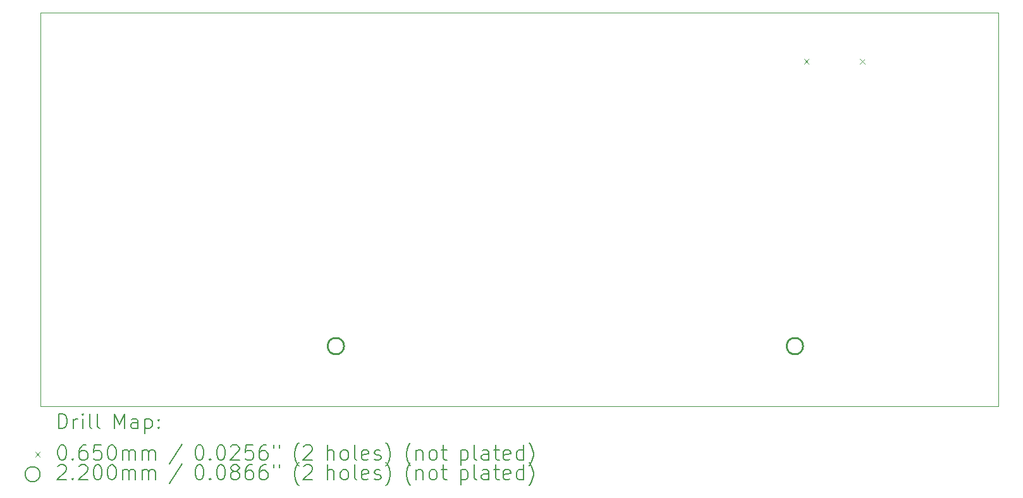
<source format=gbr>
%TF.GenerationSoftware,KiCad,Pcbnew,(7.0.0)*%
%TF.CreationDate,2023-02-25T12:05:11-06:00*%
%TF.ProjectId,Autorelay,4175746f-7265-46c6-9179-2e6b69636164,1*%
%TF.SameCoordinates,Original*%
%TF.FileFunction,Drillmap*%
%TF.FilePolarity,Positive*%
%FSLAX45Y45*%
G04 Gerber Fmt 4.5, Leading zero omitted, Abs format (unit mm)*
G04 Created by KiCad (PCBNEW (7.0.0)) date 2023-02-25 12:05:11*
%MOMM*%
%LPD*%
G01*
G04 APERTURE LIST*
%ADD10C,0.100000*%
%ADD11C,0.200000*%
%ADD12C,0.065000*%
%ADD13C,0.220000*%
G04 APERTURE END LIST*
D10*
X8961000Y-12141500D02*
X21788000Y-12141500D01*
X8961000Y-6871000D02*
X8961000Y-12141500D01*
X21788000Y-12141500D02*
X21788000Y-6871000D01*
X21788000Y-6871000D02*
X8961000Y-6871000D01*
D11*
D12*
X19186620Y-7494820D02*
X19251620Y-7559820D01*
X19251620Y-7494820D02*
X19186620Y-7559820D01*
X19936620Y-7494820D02*
X20001620Y-7559820D01*
X20001620Y-7494820D02*
X19936620Y-7559820D01*
D13*
X13027000Y-11336480D02*
G75*
G03*
X13027000Y-11336480I-110000J0D01*
G01*
X19173800Y-11336480D02*
G75*
G03*
X19173800Y-11336480I-110000J0D01*
G01*
D11*
X9203619Y-12439976D02*
X9203619Y-12239976D01*
X9203619Y-12239976D02*
X9251238Y-12239976D01*
X9251238Y-12239976D02*
X9279810Y-12249500D01*
X9279810Y-12249500D02*
X9298857Y-12268548D01*
X9298857Y-12268548D02*
X9308381Y-12287595D01*
X9308381Y-12287595D02*
X9317905Y-12325690D01*
X9317905Y-12325690D02*
X9317905Y-12354262D01*
X9317905Y-12354262D02*
X9308381Y-12392357D01*
X9308381Y-12392357D02*
X9298857Y-12411405D01*
X9298857Y-12411405D02*
X9279810Y-12430452D01*
X9279810Y-12430452D02*
X9251238Y-12439976D01*
X9251238Y-12439976D02*
X9203619Y-12439976D01*
X9403619Y-12439976D02*
X9403619Y-12306643D01*
X9403619Y-12344738D02*
X9413143Y-12325690D01*
X9413143Y-12325690D02*
X9422667Y-12316167D01*
X9422667Y-12316167D02*
X9441714Y-12306643D01*
X9441714Y-12306643D02*
X9460762Y-12306643D01*
X9527429Y-12439976D02*
X9527429Y-12306643D01*
X9527429Y-12239976D02*
X9517905Y-12249500D01*
X9517905Y-12249500D02*
X9527429Y-12259024D01*
X9527429Y-12259024D02*
X9536952Y-12249500D01*
X9536952Y-12249500D02*
X9527429Y-12239976D01*
X9527429Y-12239976D02*
X9527429Y-12259024D01*
X9651238Y-12439976D02*
X9632190Y-12430452D01*
X9632190Y-12430452D02*
X9622667Y-12411405D01*
X9622667Y-12411405D02*
X9622667Y-12239976D01*
X9756000Y-12439976D02*
X9736952Y-12430452D01*
X9736952Y-12430452D02*
X9727429Y-12411405D01*
X9727429Y-12411405D02*
X9727429Y-12239976D01*
X9952190Y-12439976D02*
X9952190Y-12239976D01*
X9952190Y-12239976D02*
X10018857Y-12382833D01*
X10018857Y-12382833D02*
X10085524Y-12239976D01*
X10085524Y-12239976D02*
X10085524Y-12439976D01*
X10266476Y-12439976D02*
X10266476Y-12335214D01*
X10266476Y-12335214D02*
X10256952Y-12316167D01*
X10256952Y-12316167D02*
X10237905Y-12306643D01*
X10237905Y-12306643D02*
X10199809Y-12306643D01*
X10199809Y-12306643D02*
X10180762Y-12316167D01*
X10266476Y-12430452D02*
X10247429Y-12439976D01*
X10247429Y-12439976D02*
X10199809Y-12439976D01*
X10199809Y-12439976D02*
X10180762Y-12430452D01*
X10180762Y-12430452D02*
X10171238Y-12411405D01*
X10171238Y-12411405D02*
X10171238Y-12392357D01*
X10171238Y-12392357D02*
X10180762Y-12373309D01*
X10180762Y-12373309D02*
X10199809Y-12363786D01*
X10199809Y-12363786D02*
X10247429Y-12363786D01*
X10247429Y-12363786D02*
X10266476Y-12354262D01*
X10361714Y-12306643D02*
X10361714Y-12506643D01*
X10361714Y-12316167D02*
X10380762Y-12306643D01*
X10380762Y-12306643D02*
X10418857Y-12306643D01*
X10418857Y-12306643D02*
X10437905Y-12316167D01*
X10437905Y-12316167D02*
X10447429Y-12325690D01*
X10447429Y-12325690D02*
X10456952Y-12344738D01*
X10456952Y-12344738D02*
X10456952Y-12401881D01*
X10456952Y-12401881D02*
X10447429Y-12420928D01*
X10447429Y-12420928D02*
X10437905Y-12430452D01*
X10437905Y-12430452D02*
X10418857Y-12439976D01*
X10418857Y-12439976D02*
X10380762Y-12439976D01*
X10380762Y-12439976D02*
X10361714Y-12430452D01*
X10542667Y-12420928D02*
X10552190Y-12430452D01*
X10552190Y-12430452D02*
X10542667Y-12439976D01*
X10542667Y-12439976D02*
X10533143Y-12430452D01*
X10533143Y-12430452D02*
X10542667Y-12420928D01*
X10542667Y-12420928D02*
X10542667Y-12439976D01*
X10542667Y-12316167D02*
X10552190Y-12325690D01*
X10552190Y-12325690D02*
X10542667Y-12335214D01*
X10542667Y-12335214D02*
X10533143Y-12325690D01*
X10533143Y-12325690D02*
X10542667Y-12316167D01*
X10542667Y-12316167D02*
X10542667Y-12335214D01*
D12*
X8891000Y-12754000D02*
X8956000Y-12819000D01*
X8956000Y-12754000D02*
X8891000Y-12819000D01*
D11*
X9241714Y-12659976D02*
X9260762Y-12659976D01*
X9260762Y-12659976D02*
X9279810Y-12669500D01*
X9279810Y-12669500D02*
X9289333Y-12679024D01*
X9289333Y-12679024D02*
X9298857Y-12698071D01*
X9298857Y-12698071D02*
X9308381Y-12736167D01*
X9308381Y-12736167D02*
X9308381Y-12783786D01*
X9308381Y-12783786D02*
X9298857Y-12821881D01*
X9298857Y-12821881D02*
X9289333Y-12840928D01*
X9289333Y-12840928D02*
X9279810Y-12850452D01*
X9279810Y-12850452D02*
X9260762Y-12859976D01*
X9260762Y-12859976D02*
X9241714Y-12859976D01*
X9241714Y-12859976D02*
X9222667Y-12850452D01*
X9222667Y-12850452D02*
X9213143Y-12840928D01*
X9213143Y-12840928D02*
X9203619Y-12821881D01*
X9203619Y-12821881D02*
X9194095Y-12783786D01*
X9194095Y-12783786D02*
X9194095Y-12736167D01*
X9194095Y-12736167D02*
X9203619Y-12698071D01*
X9203619Y-12698071D02*
X9213143Y-12679024D01*
X9213143Y-12679024D02*
X9222667Y-12669500D01*
X9222667Y-12669500D02*
X9241714Y-12659976D01*
X9394095Y-12840928D02*
X9403619Y-12850452D01*
X9403619Y-12850452D02*
X9394095Y-12859976D01*
X9394095Y-12859976D02*
X9384571Y-12850452D01*
X9384571Y-12850452D02*
X9394095Y-12840928D01*
X9394095Y-12840928D02*
X9394095Y-12859976D01*
X9575048Y-12659976D02*
X9536952Y-12659976D01*
X9536952Y-12659976D02*
X9517905Y-12669500D01*
X9517905Y-12669500D02*
X9508381Y-12679024D01*
X9508381Y-12679024D02*
X9489333Y-12707595D01*
X9489333Y-12707595D02*
X9479810Y-12745690D01*
X9479810Y-12745690D02*
X9479810Y-12821881D01*
X9479810Y-12821881D02*
X9489333Y-12840928D01*
X9489333Y-12840928D02*
X9498857Y-12850452D01*
X9498857Y-12850452D02*
X9517905Y-12859976D01*
X9517905Y-12859976D02*
X9556000Y-12859976D01*
X9556000Y-12859976D02*
X9575048Y-12850452D01*
X9575048Y-12850452D02*
X9584571Y-12840928D01*
X9584571Y-12840928D02*
X9594095Y-12821881D01*
X9594095Y-12821881D02*
X9594095Y-12774262D01*
X9594095Y-12774262D02*
X9584571Y-12755214D01*
X9584571Y-12755214D02*
X9575048Y-12745690D01*
X9575048Y-12745690D02*
X9556000Y-12736167D01*
X9556000Y-12736167D02*
X9517905Y-12736167D01*
X9517905Y-12736167D02*
X9498857Y-12745690D01*
X9498857Y-12745690D02*
X9489333Y-12755214D01*
X9489333Y-12755214D02*
X9479810Y-12774262D01*
X9775048Y-12659976D02*
X9679810Y-12659976D01*
X9679810Y-12659976D02*
X9670286Y-12755214D01*
X9670286Y-12755214D02*
X9679810Y-12745690D01*
X9679810Y-12745690D02*
X9698857Y-12736167D01*
X9698857Y-12736167D02*
X9746476Y-12736167D01*
X9746476Y-12736167D02*
X9765524Y-12745690D01*
X9765524Y-12745690D02*
X9775048Y-12755214D01*
X9775048Y-12755214D02*
X9784571Y-12774262D01*
X9784571Y-12774262D02*
X9784571Y-12821881D01*
X9784571Y-12821881D02*
X9775048Y-12840928D01*
X9775048Y-12840928D02*
X9765524Y-12850452D01*
X9765524Y-12850452D02*
X9746476Y-12859976D01*
X9746476Y-12859976D02*
X9698857Y-12859976D01*
X9698857Y-12859976D02*
X9679810Y-12850452D01*
X9679810Y-12850452D02*
X9670286Y-12840928D01*
X9908381Y-12659976D02*
X9927429Y-12659976D01*
X9927429Y-12659976D02*
X9946476Y-12669500D01*
X9946476Y-12669500D02*
X9956000Y-12679024D01*
X9956000Y-12679024D02*
X9965524Y-12698071D01*
X9965524Y-12698071D02*
X9975048Y-12736167D01*
X9975048Y-12736167D02*
X9975048Y-12783786D01*
X9975048Y-12783786D02*
X9965524Y-12821881D01*
X9965524Y-12821881D02*
X9956000Y-12840928D01*
X9956000Y-12840928D02*
X9946476Y-12850452D01*
X9946476Y-12850452D02*
X9927429Y-12859976D01*
X9927429Y-12859976D02*
X9908381Y-12859976D01*
X9908381Y-12859976D02*
X9889333Y-12850452D01*
X9889333Y-12850452D02*
X9879810Y-12840928D01*
X9879810Y-12840928D02*
X9870286Y-12821881D01*
X9870286Y-12821881D02*
X9860762Y-12783786D01*
X9860762Y-12783786D02*
X9860762Y-12736167D01*
X9860762Y-12736167D02*
X9870286Y-12698071D01*
X9870286Y-12698071D02*
X9879810Y-12679024D01*
X9879810Y-12679024D02*
X9889333Y-12669500D01*
X9889333Y-12669500D02*
X9908381Y-12659976D01*
X10060762Y-12859976D02*
X10060762Y-12726643D01*
X10060762Y-12745690D02*
X10070286Y-12736167D01*
X10070286Y-12736167D02*
X10089333Y-12726643D01*
X10089333Y-12726643D02*
X10117905Y-12726643D01*
X10117905Y-12726643D02*
X10136952Y-12736167D01*
X10136952Y-12736167D02*
X10146476Y-12755214D01*
X10146476Y-12755214D02*
X10146476Y-12859976D01*
X10146476Y-12755214D02*
X10156000Y-12736167D01*
X10156000Y-12736167D02*
X10175048Y-12726643D01*
X10175048Y-12726643D02*
X10203619Y-12726643D01*
X10203619Y-12726643D02*
X10222667Y-12736167D01*
X10222667Y-12736167D02*
X10232191Y-12755214D01*
X10232191Y-12755214D02*
X10232191Y-12859976D01*
X10327429Y-12859976D02*
X10327429Y-12726643D01*
X10327429Y-12745690D02*
X10336952Y-12736167D01*
X10336952Y-12736167D02*
X10356000Y-12726643D01*
X10356000Y-12726643D02*
X10384572Y-12726643D01*
X10384572Y-12726643D02*
X10403619Y-12736167D01*
X10403619Y-12736167D02*
X10413143Y-12755214D01*
X10413143Y-12755214D02*
X10413143Y-12859976D01*
X10413143Y-12755214D02*
X10422667Y-12736167D01*
X10422667Y-12736167D02*
X10441714Y-12726643D01*
X10441714Y-12726643D02*
X10470286Y-12726643D01*
X10470286Y-12726643D02*
X10489333Y-12736167D01*
X10489333Y-12736167D02*
X10498857Y-12755214D01*
X10498857Y-12755214D02*
X10498857Y-12859976D01*
X10856952Y-12650452D02*
X10685524Y-12907595D01*
X11081714Y-12659976D02*
X11100762Y-12659976D01*
X11100762Y-12659976D02*
X11119810Y-12669500D01*
X11119810Y-12669500D02*
X11129333Y-12679024D01*
X11129333Y-12679024D02*
X11138857Y-12698071D01*
X11138857Y-12698071D02*
X11148381Y-12736167D01*
X11148381Y-12736167D02*
X11148381Y-12783786D01*
X11148381Y-12783786D02*
X11138857Y-12821881D01*
X11138857Y-12821881D02*
X11129333Y-12840928D01*
X11129333Y-12840928D02*
X11119810Y-12850452D01*
X11119810Y-12850452D02*
X11100762Y-12859976D01*
X11100762Y-12859976D02*
X11081714Y-12859976D01*
X11081714Y-12859976D02*
X11062667Y-12850452D01*
X11062667Y-12850452D02*
X11053143Y-12840928D01*
X11053143Y-12840928D02*
X11043619Y-12821881D01*
X11043619Y-12821881D02*
X11034095Y-12783786D01*
X11034095Y-12783786D02*
X11034095Y-12736167D01*
X11034095Y-12736167D02*
X11043619Y-12698071D01*
X11043619Y-12698071D02*
X11053143Y-12679024D01*
X11053143Y-12679024D02*
X11062667Y-12669500D01*
X11062667Y-12669500D02*
X11081714Y-12659976D01*
X11234095Y-12840928D02*
X11243619Y-12850452D01*
X11243619Y-12850452D02*
X11234095Y-12859976D01*
X11234095Y-12859976D02*
X11224571Y-12850452D01*
X11224571Y-12850452D02*
X11234095Y-12840928D01*
X11234095Y-12840928D02*
X11234095Y-12859976D01*
X11367429Y-12659976D02*
X11386476Y-12659976D01*
X11386476Y-12659976D02*
X11405524Y-12669500D01*
X11405524Y-12669500D02*
X11415048Y-12679024D01*
X11415048Y-12679024D02*
X11424571Y-12698071D01*
X11424571Y-12698071D02*
X11434095Y-12736167D01*
X11434095Y-12736167D02*
X11434095Y-12783786D01*
X11434095Y-12783786D02*
X11424571Y-12821881D01*
X11424571Y-12821881D02*
X11415048Y-12840928D01*
X11415048Y-12840928D02*
X11405524Y-12850452D01*
X11405524Y-12850452D02*
X11386476Y-12859976D01*
X11386476Y-12859976D02*
X11367429Y-12859976D01*
X11367429Y-12859976D02*
X11348381Y-12850452D01*
X11348381Y-12850452D02*
X11338857Y-12840928D01*
X11338857Y-12840928D02*
X11329333Y-12821881D01*
X11329333Y-12821881D02*
X11319810Y-12783786D01*
X11319810Y-12783786D02*
X11319810Y-12736167D01*
X11319810Y-12736167D02*
X11329333Y-12698071D01*
X11329333Y-12698071D02*
X11338857Y-12679024D01*
X11338857Y-12679024D02*
X11348381Y-12669500D01*
X11348381Y-12669500D02*
X11367429Y-12659976D01*
X11510286Y-12679024D02*
X11519810Y-12669500D01*
X11519810Y-12669500D02*
X11538857Y-12659976D01*
X11538857Y-12659976D02*
X11586476Y-12659976D01*
X11586476Y-12659976D02*
X11605524Y-12669500D01*
X11605524Y-12669500D02*
X11615048Y-12679024D01*
X11615048Y-12679024D02*
X11624571Y-12698071D01*
X11624571Y-12698071D02*
X11624571Y-12717119D01*
X11624571Y-12717119D02*
X11615048Y-12745690D01*
X11615048Y-12745690D02*
X11500762Y-12859976D01*
X11500762Y-12859976D02*
X11624571Y-12859976D01*
X11805524Y-12659976D02*
X11710286Y-12659976D01*
X11710286Y-12659976D02*
X11700762Y-12755214D01*
X11700762Y-12755214D02*
X11710286Y-12745690D01*
X11710286Y-12745690D02*
X11729333Y-12736167D01*
X11729333Y-12736167D02*
X11776952Y-12736167D01*
X11776952Y-12736167D02*
X11796000Y-12745690D01*
X11796000Y-12745690D02*
X11805524Y-12755214D01*
X11805524Y-12755214D02*
X11815048Y-12774262D01*
X11815048Y-12774262D02*
X11815048Y-12821881D01*
X11815048Y-12821881D02*
X11805524Y-12840928D01*
X11805524Y-12840928D02*
X11796000Y-12850452D01*
X11796000Y-12850452D02*
X11776952Y-12859976D01*
X11776952Y-12859976D02*
X11729333Y-12859976D01*
X11729333Y-12859976D02*
X11710286Y-12850452D01*
X11710286Y-12850452D02*
X11700762Y-12840928D01*
X11986476Y-12659976D02*
X11948381Y-12659976D01*
X11948381Y-12659976D02*
X11929333Y-12669500D01*
X11929333Y-12669500D02*
X11919810Y-12679024D01*
X11919810Y-12679024D02*
X11900762Y-12707595D01*
X11900762Y-12707595D02*
X11891238Y-12745690D01*
X11891238Y-12745690D02*
X11891238Y-12821881D01*
X11891238Y-12821881D02*
X11900762Y-12840928D01*
X11900762Y-12840928D02*
X11910286Y-12850452D01*
X11910286Y-12850452D02*
X11929333Y-12859976D01*
X11929333Y-12859976D02*
X11967429Y-12859976D01*
X11967429Y-12859976D02*
X11986476Y-12850452D01*
X11986476Y-12850452D02*
X11996000Y-12840928D01*
X11996000Y-12840928D02*
X12005524Y-12821881D01*
X12005524Y-12821881D02*
X12005524Y-12774262D01*
X12005524Y-12774262D02*
X11996000Y-12755214D01*
X11996000Y-12755214D02*
X11986476Y-12745690D01*
X11986476Y-12745690D02*
X11967429Y-12736167D01*
X11967429Y-12736167D02*
X11929333Y-12736167D01*
X11929333Y-12736167D02*
X11910286Y-12745690D01*
X11910286Y-12745690D02*
X11900762Y-12755214D01*
X11900762Y-12755214D02*
X11891238Y-12774262D01*
X12081714Y-12659976D02*
X12081714Y-12698071D01*
X12157905Y-12659976D02*
X12157905Y-12698071D01*
X12420762Y-12936167D02*
X12411238Y-12926643D01*
X12411238Y-12926643D02*
X12392191Y-12898071D01*
X12392191Y-12898071D02*
X12382667Y-12879024D01*
X12382667Y-12879024D02*
X12373143Y-12850452D01*
X12373143Y-12850452D02*
X12363619Y-12802833D01*
X12363619Y-12802833D02*
X12363619Y-12764738D01*
X12363619Y-12764738D02*
X12373143Y-12717119D01*
X12373143Y-12717119D02*
X12382667Y-12688548D01*
X12382667Y-12688548D02*
X12392191Y-12669500D01*
X12392191Y-12669500D02*
X12411238Y-12640928D01*
X12411238Y-12640928D02*
X12420762Y-12631405D01*
X12487429Y-12679024D02*
X12496952Y-12669500D01*
X12496952Y-12669500D02*
X12516000Y-12659976D01*
X12516000Y-12659976D02*
X12563619Y-12659976D01*
X12563619Y-12659976D02*
X12582667Y-12669500D01*
X12582667Y-12669500D02*
X12592191Y-12679024D01*
X12592191Y-12679024D02*
X12601714Y-12698071D01*
X12601714Y-12698071D02*
X12601714Y-12717119D01*
X12601714Y-12717119D02*
X12592191Y-12745690D01*
X12592191Y-12745690D02*
X12477905Y-12859976D01*
X12477905Y-12859976D02*
X12601714Y-12859976D01*
X12807429Y-12859976D02*
X12807429Y-12659976D01*
X12893143Y-12859976D02*
X12893143Y-12755214D01*
X12893143Y-12755214D02*
X12883619Y-12736167D01*
X12883619Y-12736167D02*
X12864572Y-12726643D01*
X12864572Y-12726643D02*
X12836000Y-12726643D01*
X12836000Y-12726643D02*
X12816952Y-12736167D01*
X12816952Y-12736167D02*
X12807429Y-12745690D01*
X13016952Y-12859976D02*
X12997905Y-12850452D01*
X12997905Y-12850452D02*
X12988381Y-12840928D01*
X12988381Y-12840928D02*
X12978857Y-12821881D01*
X12978857Y-12821881D02*
X12978857Y-12764738D01*
X12978857Y-12764738D02*
X12988381Y-12745690D01*
X12988381Y-12745690D02*
X12997905Y-12736167D01*
X12997905Y-12736167D02*
X13016952Y-12726643D01*
X13016952Y-12726643D02*
X13045524Y-12726643D01*
X13045524Y-12726643D02*
X13064572Y-12736167D01*
X13064572Y-12736167D02*
X13074095Y-12745690D01*
X13074095Y-12745690D02*
X13083619Y-12764738D01*
X13083619Y-12764738D02*
X13083619Y-12821881D01*
X13083619Y-12821881D02*
X13074095Y-12840928D01*
X13074095Y-12840928D02*
X13064572Y-12850452D01*
X13064572Y-12850452D02*
X13045524Y-12859976D01*
X13045524Y-12859976D02*
X13016952Y-12859976D01*
X13197905Y-12859976D02*
X13178857Y-12850452D01*
X13178857Y-12850452D02*
X13169333Y-12831405D01*
X13169333Y-12831405D02*
X13169333Y-12659976D01*
X13350286Y-12850452D02*
X13331238Y-12859976D01*
X13331238Y-12859976D02*
X13293143Y-12859976D01*
X13293143Y-12859976D02*
X13274095Y-12850452D01*
X13274095Y-12850452D02*
X13264572Y-12831405D01*
X13264572Y-12831405D02*
X13264572Y-12755214D01*
X13264572Y-12755214D02*
X13274095Y-12736167D01*
X13274095Y-12736167D02*
X13293143Y-12726643D01*
X13293143Y-12726643D02*
X13331238Y-12726643D01*
X13331238Y-12726643D02*
X13350286Y-12736167D01*
X13350286Y-12736167D02*
X13359810Y-12755214D01*
X13359810Y-12755214D02*
X13359810Y-12774262D01*
X13359810Y-12774262D02*
X13264572Y-12793309D01*
X13436000Y-12850452D02*
X13455048Y-12859976D01*
X13455048Y-12859976D02*
X13493143Y-12859976D01*
X13493143Y-12859976D02*
X13512191Y-12850452D01*
X13512191Y-12850452D02*
X13521714Y-12831405D01*
X13521714Y-12831405D02*
X13521714Y-12821881D01*
X13521714Y-12821881D02*
X13512191Y-12802833D01*
X13512191Y-12802833D02*
X13493143Y-12793309D01*
X13493143Y-12793309D02*
X13464572Y-12793309D01*
X13464572Y-12793309D02*
X13445524Y-12783786D01*
X13445524Y-12783786D02*
X13436000Y-12764738D01*
X13436000Y-12764738D02*
X13436000Y-12755214D01*
X13436000Y-12755214D02*
X13445524Y-12736167D01*
X13445524Y-12736167D02*
X13464572Y-12726643D01*
X13464572Y-12726643D02*
X13493143Y-12726643D01*
X13493143Y-12726643D02*
X13512191Y-12736167D01*
X13588381Y-12936167D02*
X13597905Y-12926643D01*
X13597905Y-12926643D02*
X13616953Y-12898071D01*
X13616953Y-12898071D02*
X13626476Y-12879024D01*
X13626476Y-12879024D02*
X13636000Y-12850452D01*
X13636000Y-12850452D02*
X13645524Y-12802833D01*
X13645524Y-12802833D02*
X13645524Y-12764738D01*
X13645524Y-12764738D02*
X13636000Y-12717119D01*
X13636000Y-12717119D02*
X13626476Y-12688548D01*
X13626476Y-12688548D02*
X13616953Y-12669500D01*
X13616953Y-12669500D02*
X13597905Y-12640928D01*
X13597905Y-12640928D02*
X13588381Y-12631405D01*
X13917905Y-12936167D02*
X13908381Y-12926643D01*
X13908381Y-12926643D02*
X13889333Y-12898071D01*
X13889333Y-12898071D02*
X13879810Y-12879024D01*
X13879810Y-12879024D02*
X13870286Y-12850452D01*
X13870286Y-12850452D02*
X13860762Y-12802833D01*
X13860762Y-12802833D02*
X13860762Y-12764738D01*
X13860762Y-12764738D02*
X13870286Y-12717119D01*
X13870286Y-12717119D02*
X13879810Y-12688548D01*
X13879810Y-12688548D02*
X13889333Y-12669500D01*
X13889333Y-12669500D02*
X13908381Y-12640928D01*
X13908381Y-12640928D02*
X13917905Y-12631405D01*
X13994095Y-12726643D02*
X13994095Y-12859976D01*
X13994095Y-12745690D02*
X14003619Y-12736167D01*
X14003619Y-12736167D02*
X14022667Y-12726643D01*
X14022667Y-12726643D02*
X14051238Y-12726643D01*
X14051238Y-12726643D02*
X14070286Y-12736167D01*
X14070286Y-12736167D02*
X14079810Y-12755214D01*
X14079810Y-12755214D02*
X14079810Y-12859976D01*
X14203619Y-12859976D02*
X14184572Y-12850452D01*
X14184572Y-12850452D02*
X14175048Y-12840928D01*
X14175048Y-12840928D02*
X14165524Y-12821881D01*
X14165524Y-12821881D02*
X14165524Y-12764738D01*
X14165524Y-12764738D02*
X14175048Y-12745690D01*
X14175048Y-12745690D02*
X14184572Y-12736167D01*
X14184572Y-12736167D02*
X14203619Y-12726643D01*
X14203619Y-12726643D02*
X14232191Y-12726643D01*
X14232191Y-12726643D02*
X14251238Y-12736167D01*
X14251238Y-12736167D02*
X14260762Y-12745690D01*
X14260762Y-12745690D02*
X14270286Y-12764738D01*
X14270286Y-12764738D02*
X14270286Y-12821881D01*
X14270286Y-12821881D02*
X14260762Y-12840928D01*
X14260762Y-12840928D02*
X14251238Y-12850452D01*
X14251238Y-12850452D02*
X14232191Y-12859976D01*
X14232191Y-12859976D02*
X14203619Y-12859976D01*
X14327429Y-12726643D02*
X14403619Y-12726643D01*
X14356000Y-12659976D02*
X14356000Y-12831405D01*
X14356000Y-12831405D02*
X14365524Y-12850452D01*
X14365524Y-12850452D02*
X14384572Y-12859976D01*
X14384572Y-12859976D02*
X14403619Y-12859976D01*
X14590286Y-12726643D02*
X14590286Y-12926643D01*
X14590286Y-12736167D02*
X14609333Y-12726643D01*
X14609333Y-12726643D02*
X14647429Y-12726643D01*
X14647429Y-12726643D02*
X14666476Y-12736167D01*
X14666476Y-12736167D02*
X14676000Y-12745690D01*
X14676000Y-12745690D02*
X14685524Y-12764738D01*
X14685524Y-12764738D02*
X14685524Y-12821881D01*
X14685524Y-12821881D02*
X14676000Y-12840928D01*
X14676000Y-12840928D02*
X14666476Y-12850452D01*
X14666476Y-12850452D02*
X14647429Y-12859976D01*
X14647429Y-12859976D02*
X14609333Y-12859976D01*
X14609333Y-12859976D02*
X14590286Y-12850452D01*
X14799810Y-12859976D02*
X14780762Y-12850452D01*
X14780762Y-12850452D02*
X14771238Y-12831405D01*
X14771238Y-12831405D02*
X14771238Y-12659976D01*
X14961714Y-12859976D02*
X14961714Y-12755214D01*
X14961714Y-12755214D02*
X14952191Y-12736167D01*
X14952191Y-12736167D02*
X14933143Y-12726643D01*
X14933143Y-12726643D02*
X14895048Y-12726643D01*
X14895048Y-12726643D02*
X14876000Y-12736167D01*
X14961714Y-12850452D02*
X14942667Y-12859976D01*
X14942667Y-12859976D02*
X14895048Y-12859976D01*
X14895048Y-12859976D02*
X14876000Y-12850452D01*
X14876000Y-12850452D02*
X14866476Y-12831405D01*
X14866476Y-12831405D02*
X14866476Y-12812357D01*
X14866476Y-12812357D02*
X14876000Y-12793309D01*
X14876000Y-12793309D02*
X14895048Y-12783786D01*
X14895048Y-12783786D02*
X14942667Y-12783786D01*
X14942667Y-12783786D02*
X14961714Y-12774262D01*
X15028381Y-12726643D02*
X15104572Y-12726643D01*
X15056953Y-12659976D02*
X15056953Y-12831405D01*
X15056953Y-12831405D02*
X15066476Y-12850452D01*
X15066476Y-12850452D02*
X15085524Y-12859976D01*
X15085524Y-12859976D02*
X15104572Y-12859976D01*
X15247429Y-12850452D02*
X15228381Y-12859976D01*
X15228381Y-12859976D02*
X15190286Y-12859976D01*
X15190286Y-12859976D02*
X15171238Y-12850452D01*
X15171238Y-12850452D02*
X15161714Y-12831405D01*
X15161714Y-12831405D02*
X15161714Y-12755214D01*
X15161714Y-12755214D02*
X15171238Y-12736167D01*
X15171238Y-12736167D02*
X15190286Y-12726643D01*
X15190286Y-12726643D02*
X15228381Y-12726643D01*
X15228381Y-12726643D02*
X15247429Y-12736167D01*
X15247429Y-12736167D02*
X15256953Y-12755214D01*
X15256953Y-12755214D02*
X15256953Y-12774262D01*
X15256953Y-12774262D02*
X15161714Y-12793309D01*
X15428381Y-12859976D02*
X15428381Y-12659976D01*
X15428381Y-12850452D02*
X15409334Y-12859976D01*
X15409334Y-12859976D02*
X15371238Y-12859976D01*
X15371238Y-12859976D02*
X15352191Y-12850452D01*
X15352191Y-12850452D02*
X15342667Y-12840928D01*
X15342667Y-12840928D02*
X15333143Y-12821881D01*
X15333143Y-12821881D02*
X15333143Y-12764738D01*
X15333143Y-12764738D02*
X15342667Y-12745690D01*
X15342667Y-12745690D02*
X15352191Y-12736167D01*
X15352191Y-12736167D02*
X15371238Y-12726643D01*
X15371238Y-12726643D02*
X15409334Y-12726643D01*
X15409334Y-12726643D02*
X15428381Y-12736167D01*
X15504572Y-12936167D02*
X15514095Y-12926643D01*
X15514095Y-12926643D02*
X15533143Y-12898071D01*
X15533143Y-12898071D02*
X15542667Y-12879024D01*
X15542667Y-12879024D02*
X15552191Y-12850452D01*
X15552191Y-12850452D02*
X15561714Y-12802833D01*
X15561714Y-12802833D02*
X15561714Y-12764738D01*
X15561714Y-12764738D02*
X15552191Y-12717119D01*
X15552191Y-12717119D02*
X15542667Y-12688548D01*
X15542667Y-12688548D02*
X15533143Y-12669500D01*
X15533143Y-12669500D02*
X15514095Y-12640928D01*
X15514095Y-12640928D02*
X15504572Y-12631405D01*
X8956000Y-13050500D02*
G75*
G03*
X8956000Y-13050500I-100000J0D01*
G01*
X9194095Y-12943024D02*
X9203619Y-12933500D01*
X9203619Y-12933500D02*
X9222667Y-12923976D01*
X9222667Y-12923976D02*
X9270286Y-12923976D01*
X9270286Y-12923976D02*
X9289333Y-12933500D01*
X9289333Y-12933500D02*
X9298857Y-12943024D01*
X9298857Y-12943024D02*
X9308381Y-12962071D01*
X9308381Y-12962071D02*
X9308381Y-12981119D01*
X9308381Y-12981119D02*
X9298857Y-13009690D01*
X9298857Y-13009690D02*
X9184571Y-13123976D01*
X9184571Y-13123976D02*
X9308381Y-13123976D01*
X9394095Y-13104928D02*
X9403619Y-13114452D01*
X9403619Y-13114452D02*
X9394095Y-13123976D01*
X9394095Y-13123976D02*
X9384571Y-13114452D01*
X9384571Y-13114452D02*
X9394095Y-13104928D01*
X9394095Y-13104928D02*
X9394095Y-13123976D01*
X9479810Y-12943024D02*
X9489333Y-12933500D01*
X9489333Y-12933500D02*
X9508381Y-12923976D01*
X9508381Y-12923976D02*
X9556000Y-12923976D01*
X9556000Y-12923976D02*
X9575048Y-12933500D01*
X9575048Y-12933500D02*
X9584571Y-12943024D01*
X9584571Y-12943024D02*
X9594095Y-12962071D01*
X9594095Y-12962071D02*
X9594095Y-12981119D01*
X9594095Y-12981119D02*
X9584571Y-13009690D01*
X9584571Y-13009690D02*
X9470286Y-13123976D01*
X9470286Y-13123976D02*
X9594095Y-13123976D01*
X9717905Y-12923976D02*
X9736952Y-12923976D01*
X9736952Y-12923976D02*
X9756000Y-12933500D01*
X9756000Y-12933500D02*
X9765524Y-12943024D01*
X9765524Y-12943024D02*
X9775048Y-12962071D01*
X9775048Y-12962071D02*
X9784571Y-13000167D01*
X9784571Y-13000167D02*
X9784571Y-13047786D01*
X9784571Y-13047786D02*
X9775048Y-13085881D01*
X9775048Y-13085881D02*
X9765524Y-13104928D01*
X9765524Y-13104928D02*
X9756000Y-13114452D01*
X9756000Y-13114452D02*
X9736952Y-13123976D01*
X9736952Y-13123976D02*
X9717905Y-13123976D01*
X9717905Y-13123976D02*
X9698857Y-13114452D01*
X9698857Y-13114452D02*
X9689333Y-13104928D01*
X9689333Y-13104928D02*
X9679810Y-13085881D01*
X9679810Y-13085881D02*
X9670286Y-13047786D01*
X9670286Y-13047786D02*
X9670286Y-13000167D01*
X9670286Y-13000167D02*
X9679810Y-12962071D01*
X9679810Y-12962071D02*
X9689333Y-12943024D01*
X9689333Y-12943024D02*
X9698857Y-12933500D01*
X9698857Y-12933500D02*
X9717905Y-12923976D01*
X9908381Y-12923976D02*
X9927429Y-12923976D01*
X9927429Y-12923976D02*
X9946476Y-12933500D01*
X9946476Y-12933500D02*
X9956000Y-12943024D01*
X9956000Y-12943024D02*
X9965524Y-12962071D01*
X9965524Y-12962071D02*
X9975048Y-13000167D01*
X9975048Y-13000167D02*
X9975048Y-13047786D01*
X9975048Y-13047786D02*
X9965524Y-13085881D01*
X9965524Y-13085881D02*
X9956000Y-13104928D01*
X9956000Y-13104928D02*
X9946476Y-13114452D01*
X9946476Y-13114452D02*
X9927429Y-13123976D01*
X9927429Y-13123976D02*
X9908381Y-13123976D01*
X9908381Y-13123976D02*
X9889333Y-13114452D01*
X9889333Y-13114452D02*
X9879810Y-13104928D01*
X9879810Y-13104928D02*
X9870286Y-13085881D01*
X9870286Y-13085881D02*
X9860762Y-13047786D01*
X9860762Y-13047786D02*
X9860762Y-13000167D01*
X9860762Y-13000167D02*
X9870286Y-12962071D01*
X9870286Y-12962071D02*
X9879810Y-12943024D01*
X9879810Y-12943024D02*
X9889333Y-12933500D01*
X9889333Y-12933500D02*
X9908381Y-12923976D01*
X10060762Y-13123976D02*
X10060762Y-12990643D01*
X10060762Y-13009690D02*
X10070286Y-13000167D01*
X10070286Y-13000167D02*
X10089333Y-12990643D01*
X10089333Y-12990643D02*
X10117905Y-12990643D01*
X10117905Y-12990643D02*
X10136952Y-13000167D01*
X10136952Y-13000167D02*
X10146476Y-13019214D01*
X10146476Y-13019214D02*
X10146476Y-13123976D01*
X10146476Y-13019214D02*
X10156000Y-13000167D01*
X10156000Y-13000167D02*
X10175048Y-12990643D01*
X10175048Y-12990643D02*
X10203619Y-12990643D01*
X10203619Y-12990643D02*
X10222667Y-13000167D01*
X10222667Y-13000167D02*
X10232191Y-13019214D01*
X10232191Y-13019214D02*
X10232191Y-13123976D01*
X10327429Y-13123976D02*
X10327429Y-12990643D01*
X10327429Y-13009690D02*
X10336952Y-13000167D01*
X10336952Y-13000167D02*
X10356000Y-12990643D01*
X10356000Y-12990643D02*
X10384572Y-12990643D01*
X10384572Y-12990643D02*
X10403619Y-13000167D01*
X10403619Y-13000167D02*
X10413143Y-13019214D01*
X10413143Y-13019214D02*
X10413143Y-13123976D01*
X10413143Y-13019214D02*
X10422667Y-13000167D01*
X10422667Y-13000167D02*
X10441714Y-12990643D01*
X10441714Y-12990643D02*
X10470286Y-12990643D01*
X10470286Y-12990643D02*
X10489333Y-13000167D01*
X10489333Y-13000167D02*
X10498857Y-13019214D01*
X10498857Y-13019214D02*
X10498857Y-13123976D01*
X10856952Y-12914452D02*
X10685524Y-13171595D01*
X11081714Y-12923976D02*
X11100762Y-12923976D01*
X11100762Y-12923976D02*
X11119810Y-12933500D01*
X11119810Y-12933500D02*
X11129333Y-12943024D01*
X11129333Y-12943024D02*
X11138857Y-12962071D01*
X11138857Y-12962071D02*
X11148381Y-13000167D01*
X11148381Y-13000167D02*
X11148381Y-13047786D01*
X11148381Y-13047786D02*
X11138857Y-13085881D01*
X11138857Y-13085881D02*
X11129333Y-13104928D01*
X11129333Y-13104928D02*
X11119810Y-13114452D01*
X11119810Y-13114452D02*
X11100762Y-13123976D01*
X11100762Y-13123976D02*
X11081714Y-13123976D01*
X11081714Y-13123976D02*
X11062667Y-13114452D01*
X11062667Y-13114452D02*
X11053143Y-13104928D01*
X11053143Y-13104928D02*
X11043619Y-13085881D01*
X11043619Y-13085881D02*
X11034095Y-13047786D01*
X11034095Y-13047786D02*
X11034095Y-13000167D01*
X11034095Y-13000167D02*
X11043619Y-12962071D01*
X11043619Y-12962071D02*
X11053143Y-12943024D01*
X11053143Y-12943024D02*
X11062667Y-12933500D01*
X11062667Y-12933500D02*
X11081714Y-12923976D01*
X11234095Y-13104928D02*
X11243619Y-13114452D01*
X11243619Y-13114452D02*
X11234095Y-13123976D01*
X11234095Y-13123976D02*
X11224571Y-13114452D01*
X11224571Y-13114452D02*
X11234095Y-13104928D01*
X11234095Y-13104928D02*
X11234095Y-13123976D01*
X11367429Y-12923976D02*
X11386476Y-12923976D01*
X11386476Y-12923976D02*
X11405524Y-12933500D01*
X11405524Y-12933500D02*
X11415048Y-12943024D01*
X11415048Y-12943024D02*
X11424571Y-12962071D01*
X11424571Y-12962071D02*
X11434095Y-13000167D01*
X11434095Y-13000167D02*
X11434095Y-13047786D01*
X11434095Y-13047786D02*
X11424571Y-13085881D01*
X11424571Y-13085881D02*
X11415048Y-13104928D01*
X11415048Y-13104928D02*
X11405524Y-13114452D01*
X11405524Y-13114452D02*
X11386476Y-13123976D01*
X11386476Y-13123976D02*
X11367429Y-13123976D01*
X11367429Y-13123976D02*
X11348381Y-13114452D01*
X11348381Y-13114452D02*
X11338857Y-13104928D01*
X11338857Y-13104928D02*
X11329333Y-13085881D01*
X11329333Y-13085881D02*
X11319810Y-13047786D01*
X11319810Y-13047786D02*
X11319810Y-13000167D01*
X11319810Y-13000167D02*
X11329333Y-12962071D01*
X11329333Y-12962071D02*
X11338857Y-12943024D01*
X11338857Y-12943024D02*
X11348381Y-12933500D01*
X11348381Y-12933500D02*
X11367429Y-12923976D01*
X11548381Y-13009690D02*
X11529333Y-13000167D01*
X11529333Y-13000167D02*
X11519810Y-12990643D01*
X11519810Y-12990643D02*
X11510286Y-12971595D01*
X11510286Y-12971595D02*
X11510286Y-12962071D01*
X11510286Y-12962071D02*
X11519810Y-12943024D01*
X11519810Y-12943024D02*
X11529333Y-12933500D01*
X11529333Y-12933500D02*
X11548381Y-12923976D01*
X11548381Y-12923976D02*
X11586476Y-12923976D01*
X11586476Y-12923976D02*
X11605524Y-12933500D01*
X11605524Y-12933500D02*
X11615048Y-12943024D01*
X11615048Y-12943024D02*
X11624571Y-12962071D01*
X11624571Y-12962071D02*
X11624571Y-12971595D01*
X11624571Y-12971595D02*
X11615048Y-12990643D01*
X11615048Y-12990643D02*
X11605524Y-13000167D01*
X11605524Y-13000167D02*
X11586476Y-13009690D01*
X11586476Y-13009690D02*
X11548381Y-13009690D01*
X11548381Y-13009690D02*
X11529333Y-13019214D01*
X11529333Y-13019214D02*
X11519810Y-13028738D01*
X11519810Y-13028738D02*
X11510286Y-13047786D01*
X11510286Y-13047786D02*
X11510286Y-13085881D01*
X11510286Y-13085881D02*
X11519810Y-13104928D01*
X11519810Y-13104928D02*
X11529333Y-13114452D01*
X11529333Y-13114452D02*
X11548381Y-13123976D01*
X11548381Y-13123976D02*
X11586476Y-13123976D01*
X11586476Y-13123976D02*
X11605524Y-13114452D01*
X11605524Y-13114452D02*
X11615048Y-13104928D01*
X11615048Y-13104928D02*
X11624571Y-13085881D01*
X11624571Y-13085881D02*
X11624571Y-13047786D01*
X11624571Y-13047786D02*
X11615048Y-13028738D01*
X11615048Y-13028738D02*
X11605524Y-13019214D01*
X11605524Y-13019214D02*
X11586476Y-13009690D01*
X11796000Y-12923976D02*
X11757905Y-12923976D01*
X11757905Y-12923976D02*
X11738857Y-12933500D01*
X11738857Y-12933500D02*
X11729333Y-12943024D01*
X11729333Y-12943024D02*
X11710286Y-12971595D01*
X11710286Y-12971595D02*
X11700762Y-13009690D01*
X11700762Y-13009690D02*
X11700762Y-13085881D01*
X11700762Y-13085881D02*
X11710286Y-13104928D01*
X11710286Y-13104928D02*
X11719810Y-13114452D01*
X11719810Y-13114452D02*
X11738857Y-13123976D01*
X11738857Y-13123976D02*
X11776952Y-13123976D01*
X11776952Y-13123976D02*
X11796000Y-13114452D01*
X11796000Y-13114452D02*
X11805524Y-13104928D01*
X11805524Y-13104928D02*
X11815048Y-13085881D01*
X11815048Y-13085881D02*
X11815048Y-13038262D01*
X11815048Y-13038262D02*
X11805524Y-13019214D01*
X11805524Y-13019214D02*
X11796000Y-13009690D01*
X11796000Y-13009690D02*
X11776952Y-13000167D01*
X11776952Y-13000167D02*
X11738857Y-13000167D01*
X11738857Y-13000167D02*
X11719810Y-13009690D01*
X11719810Y-13009690D02*
X11710286Y-13019214D01*
X11710286Y-13019214D02*
X11700762Y-13038262D01*
X11986476Y-12923976D02*
X11948381Y-12923976D01*
X11948381Y-12923976D02*
X11929333Y-12933500D01*
X11929333Y-12933500D02*
X11919810Y-12943024D01*
X11919810Y-12943024D02*
X11900762Y-12971595D01*
X11900762Y-12971595D02*
X11891238Y-13009690D01*
X11891238Y-13009690D02*
X11891238Y-13085881D01*
X11891238Y-13085881D02*
X11900762Y-13104928D01*
X11900762Y-13104928D02*
X11910286Y-13114452D01*
X11910286Y-13114452D02*
X11929333Y-13123976D01*
X11929333Y-13123976D02*
X11967429Y-13123976D01*
X11967429Y-13123976D02*
X11986476Y-13114452D01*
X11986476Y-13114452D02*
X11996000Y-13104928D01*
X11996000Y-13104928D02*
X12005524Y-13085881D01*
X12005524Y-13085881D02*
X12005524Y-13038262D01*
X12005524Y-13038262D02*
X11996000Y-13019214D01*
X11996000Y-13019214D02*
X11986476Y-13009690D01*
X11986476Y-13009690D02*
X11967429Y-13000167D01*
X11967429Y-13000167D02*
X11929333Y-13000167D01*
X11929333Y-13000167D02*
X11910286Y-13009690D01*
X11910286Y-13009690D02*
X11900762Y-13019214D01*
X11900762Y-13019214D02*
X11891238Y-13038262D01*
X12081714Y-12923976D02*
X12081714Y-12962071D01*
X12157905Y-12923976D02*
X12157905Y-12962071D01*
X12420762Y-13200167D02*
X12411238Y-13190643D01*
X12411238Y-13190643D02*
X12392191Y-13162071D01*
X12392191Y-13162071D02*
X12382667Y-13143024D01*
X12382667Y-13143024D02*
X12373143Y-13114452D01*
X12373143Y-13114452D02*
X12363619Y-13066833D01*
X12363619Y-13066833D02*
X12363619Y-13028738D01*
X12363619Y-13028738D02*
X12373143Y-12981119D01*
X12373143Y-12981119D02*
X12382667Y-12952548D01*
X12382667Y-12952548D02*
X12392191Y-12933500D01*
X12392191Y-12933500D02*
X12411238Y-12904928D01*
X12411238Y-12904928D02*
X12420762Y-12895405D01*
X12487429Y-12943024D02*
X12496952Y-12933500D01*
X12496952Y-12933500D02*
X12516000Y-12923976D01*
X12516000Y-12923976D02*
X12563619Y-12923976D01*
X12563619Y-12923976D02*
X12582667Y-12933500D01*
X12582667Y-12933500D02*
X12592191Y-12943024D01*
X12592191Y-12943024D02*
X12601714Y-12962071D01*
X12601714Y-12962071D02*
X12601714Y-12981119D01*
X12601714Y-12981119D02*
X12592191Y-13009690D01*
X12592191Y-13009690D02*
X12477905Y-13123976D01*
X12477905Y-13123976D02*
X12601714Y-13123976D01*
X12807429Y-13123976D02*
X12807429Y-12923976D01*
X12893143Y-13123976D02*
X12893143Y-13019214D01*
X12893143Y-13019214D02*
X12883619Y-13000167D01*
X12883619Y-13000167D02*
X12864572Y-12990643D01*
X12864572Y-12990643D02*
X12836000Y-12990643D01*
X12836000Y-12990643D02*
X12816952Y-13000167D01*
X12816952Y-13000167D02*
X12807429Y-13009690D01*
X13016952Y-13123976D02*
X12997905Y-13114452D01*
X12997905Y-13114452D02*
X12988381Y-13104928D01*
X12988381Y-13104928D02*
X12978857Y-13085881D01*
X12978857Y-13085881D02*
X12978857Y-13028738D01*
X12978857Y-13028738D02*
X12988381Y-13009690D01*
X12988381Y-13009690D02*
X12997905Y-13000167D01*
X12997905Y-13000167D02*
X13016952Y-12990643D01*
X13016952Y-12990643D02*
X13045524Y-12990643D01*
X13045524Y-12990643D02*
X13064572Y-13000167D01*
X13064572Y-13000167D02*
X13074095Y-13009690D01*
X13074095Y-13009690D02*
X13083619Y-13028738D01*
X13083619Y-13028738D02*
X13083619Y-13085881D01*
X13083619Y-13085881D02*
X13074095Y-13104928D01*
X13074095Y-13104928D02*
X13064572Y-13114452D01*
X13064572Y-13114452D02*
X13045524Y-13123976D01*
X13045524Y-13123976D02*
X13016952Y-13123976D01*
X13197905Y-13123976D02*
X13178857Y-13114452D01*
X13178857Y-13114452D02*
X13169333Y-13095405D01*
X13169333Y-13095405D02*
X13169333Y-12923976D01*
X13350286Y-13114452D02*
X13331238Y-13123976D01*
X13331238Y-13123976D02*
X13293143Y-13123976D01*
X13293143Y-13123976D02*
X13274095Y-13114452D01*
X13274095Y-13114452D02*
X13264572Y-13095405D01*
X13264572Y-13095405D02*
X13264572Y-13019214D01*
X13264572Y-13019214D02*
X13274095Y-13000167D01*
X13274095Y-13000167D02*
X13293143Y-12990643D01*
X13293143Y-12990643D02*
X13331238Y-12990643D01*
X13331238Y-12990643D02*
X13350286Y-13000167D01*
X13350286Y-13000167D02*
X13359810Y-13019214D01*
X13359810Y-13019214D02*
X13359810Y-13038262D01*
X13359810Y-13038262D02*
X13264572Y-13057309D01*
X13436000Y-13114452D02*
X13455048Y-13123976D01*
X13455048Y-13123976D02*
X13493143Y-13123976D01*
X13493143Y-13123976D02*
X13512191Y-13114452D01*
X13512191Y-13114452D02*
X13521714Y-13095405D01*
X13521714Y-13095405D02*
X13521714Y-13085881D01*
X13521714Y-13085881D02*
X13512191Y-13066833D01*
X13512191Y-13066833D02*
X13493143Y-13057309D01*
X13493143Y-13057309D02*
X13464572Y-13057309D01*
X13464572Y-13057309D02*
X13445524Y-13047786D01*
X13445524Y-13047786D02*
X13436000Y-13028738D01*
X13436000Y-13028738D02*
X13436000Y-13019214D01*
X13436000Y-13019214D02*
X13445524Y-13000167D01*
X13445524Y-13000167D02*
X13464572Y-12990643D01*
X13464572Y-12990643D02*
X13493143Y-12990643D01*
X13493143Y-12990643D02*
X13512191Y-13000167D01*
X13588381Y-13200167D02*
X13597905Y-13190643D01*
X13597905Y-13190643D02*
X13616953Y-13162071D01*
X13616953Y-13162071D02*
X13626476Y-13143024D01*
X13626476Y-13143024D02*
X13636000Y-13114452D01*
X13636000Y-13114452D02*
X13645524Y-13066833D01*
X13645524Y-13066833D02*
X13645524Y-13028738D01*
X13645524Y-13028738D02*
X13636000Y-12981119D01*
X13636000Y-12981119D02*
X13626476Y-12952548D01*
X13626476Y-12952548D02*
X13616953Y-12933500D01*
X13616953Y-12933500D02*
X13597905Y-12904928D01*
X13597905Y-12904928D02*
X13588381Y-12895405D01*
X13917905Y-13200167D02*
X13908381Y-13190643D01*
X13908381Y-13190643D02*
X13889333Y-13162071D01*
X13889333Y-13162071D02*
X13879810Y-13143024D01*
X13879810Y-13143024D02*
X13870286Y-13114452D01*
X13870286Y-13114452D02*
X13860762Y-13066833D01*
X13860762Y-13066833D02*
X13860762Y-13028738D01*
X13860762Y-13028738D02*
X13870286Y-12981119D01*
X13870286Y-12981119D02*
X13879810Y-12952548D01*
X13879810Y-12952548D02*
X13889333Y-12933500D01*
X13889333Y-12933500D02*
X13908381Y-12904928D01*
X13908381Y-12904928D02*
X13917905Y-12895405D01*
X13994095Y-12990643D02*
X13994095Y-13123976D01*
X13994095Y-13009690D02*
X14003619Y-13000167D01*
X14003619Y-13000167D02*
X14022667Y-12990643D01*
X14022667Y-12990643D02*
X14051238Y-12990643D01*
X14051238Y-12990643D02*
X14070286Y-13000167D01*
X14070286Y-13000167D02*
X14079810Y-13019214D01*
X14079810Y-13019214D02*
X14079810Y-13123976D01*
X14203619Y-13123976D02*
X14184572Y-13114452D01*
X14184572Y-13114452D02*
X14175048Y-13104928D01*
X14175048Y-13104928D02*
X14165524Y-13085881D01*
X14165524Y-13085881D02*
X14165524Y-13028738D01*
X14165524Y-13028738D02*
X14175048Y-13009690D01*
X14175048Y-13009690D02*
X14184572Y-13000167D01*
X14184572Y-13000167D02*
X14203619Y-12990643D01*
X14203619Y-12990643D02*
X14232191Y-12990643D01*
X14232191Y-12990643D02*
X14251238Y-13000167D01*
X14251238Y-13000167D02*
X14260762Y-13009690D01*
X14260762Y-13009690D02*
X14270286Y-13028738D01*
X14270286Y-13028738D02*
X14270286Y-13085881D01*
X14270286Y-13085881D02*
X14260762Y-13104928D01*
X14260762Y-13104928D02*
X14251238Y-13114452D01*
X14251238Y-13114452D02*
X14232191Y-13123976D01*
X14232191Y-13123976D02*
X14203619Y-13123976D01*
X14327429Y-12990643D02*
X14403619Y-12990643D01*
X14356000Y-12923976D02*
X14356000Y-13095405D01*
X14356000Y-13095405D02*
X14365524Y-13114452D01*
X14365524Y-13114452D02*
X14384572Y-13123976D01*
X14384572Y-13123976D02*
X14403619Y-13123976D01*
X14590286Y-12990643D02*
X14590286Y-13190643D01*
X14590286Y-13000167D02*
X14609333Y-12990643D01*
X14609333Y-12990643D02*
X14647429Y-12990643D01*
X14647429Y-12990643D02*
X14666476Y-13000167D01*
X14666476Y-13000167D02*
X14676000Y-13009690D01*
X14676000Y-13009690D02*
X14685524Y-13028738D01*
X14685524Y-13028738D02*
X14685524Y-13085881D01*
X14685524Y-13085881D02*
X14676000Y-13104928D01*
X14676000Y-13104928D02*
X14666476Y-13114452D01*
X14666476Y-13114452D02*
X14647429Y-13123976D01*
X14647429Y-13123976D02*
X14609333Y-13123976D01*
X14609333Y-13123976D02*
X14590286Y-13114452D01*
X14799810Y-13123976D02*
X14780762Y-13114452D01*
X14780762Y-13114452D02*
X14771238Y-13095405D01*
X14771238Y-13095405D02*
X14771238Y-12923976D01*
X14961714Y-13123976D02*
X14961714Y-13019214D01*
X14961714Y-13019214D02*
X14952191Y-13000167D01*
X14952191Y-13000167D02*
X14933143Y-12990643D01*
X14933143Y-12990643D02*
X14895048Y-12990643D01*
X14895048Y-12990643D02*
X14876000Y-13000167D01*
X14961714Y-13114452D02*
X14942667Y-13123976D01*
X14942667Y-13123976D02*
X14895048Y-13123976D01*
X14895048Y-13123976D02*
X14876000Y-13114452D01*
X14876000Y-13114452D02*
X14866476Y-13095405D01*
X14866476Y-13095405D02*
X14866476Y-13076357D01*
X14866476Y-13076357D02*
X14876000Y-13057309D01*
X14876000Y-13057309D02*
X14895048Y-13047786D01*
X14895048Y-13047786D02*
X14942667Y-13047786D01*
X14942667Y-13047786D02*
X14961714Y-13038262D01*
X15028381Y-12990643D02*
X15104572Y-12990643D01*
X15056953Y-12923976D02*
X15056953Y-13095405D01*
X15056953Y-13095405D02*
X15066476Y-13114452D01*
X15066476Y-13114452D02*
X15085524Y-13123976D01*
X15085524Y-13123976D02*
X15104572Y-13123976D01*
X15247429Y-13114452D02*
X15228381Y-13123976D01*
X15228381Y-13123976D02*
X15190286Y-13123976D01*
X15190286Y-13123976D02*
X15171238Y-13114452D01*
X15171238Y-13114452D02*
X15161714Y-13095405D01*
X15161714Y-13095405D02*
X15161714Y-13019214D01*
X15161714Y-13019214D02*
X15171238Y-13000167D01*
X15171238Y-13000167D02*
X15190286Y-12990643D01*
X15190286Y-12990643D02*
X15228381Y-12990643D01*
X15228381Y-12990643D02*
X15247429Y-13000167D01*
X15247429Y-13000167D02*
X15256953Y-13019214D01*
X15256953Y-13019214D02*
X15256953Y-13038262D01*
X15256953Y-13038262D02*
X15161714Y-13057309D01*
X15428381Y-13123976D02*
X15428381Y-12923976D01*
X15428381Y-13114452D02*
X15409334Y-13123976D01*
X15409334Y-13123976D02*
X15371238Y-13123976D01*
X15371238Y-13123976D02*
X15352191Y-13114452D01*
X15352191Y-13114452D02*
X15342667Y-13104928D01*
X15342667Y-13104928D02*
X15333143Y-13085881D01*
X15333143Y-13085881D02*
X15333143Y-13028738D01*
X15333143Y-13028738D02*
X15342667Y-13009690D01*
X15342667Y-13009690D02*
X15352191Y-13000167D01*
X15352191Y-13000167D02*
X15371238Y-12990643D01*
X15371238Y-12990643D02*
X15409334Y-12990643D01*
X15409334Y-12990643D02*
X15428381Y-13000167D01*
X15504572Y-13200167D02*
X15514095Y-13190643D01*
X15514095Y-13190643D02*
X15533143Y-13162071D01*
X15533143Y-13162071D02*
X15542667Y-13143024D01*
X15542667Y-13143024D02*
X15552191Y-13114452D01*
X15552191Y-13114452D02*
X15561714Y-13066833D01*
X15561714Y-13066833D02*
X15561714Y-13028738D01*
X15561714Y-13028738D02*
X15552191Y-12981119D01*
X15552191Y-12981119D02*
X15542667Y-12952548D01*
X15542667Y-12952548D02*
X15533143Y-12933500D01*
X15533143Y-12933500D02*
X15514095Y-12904928D01*
X15514095Y-12904928D02*
X15504572Y-12895405D01*
M02*

</source>
